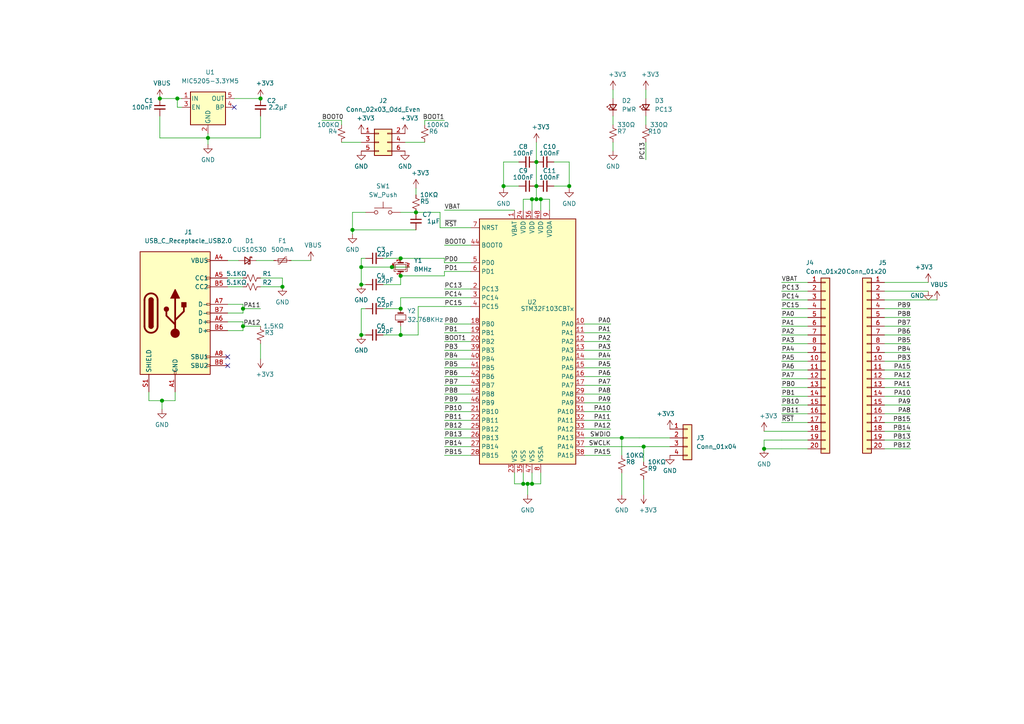
<source format=kicad_sch>
(kicad_sch (version 20200714) (host eeschema "(5.99.0-2671-gfc0a358ba)")
  (page 1 1)
  (paper "A4")
  (lib_symbols
    (symbol "Connector:USB_C_Receptacle_USB2.0"
      (property "Reference" "J" (at -10.16 19.05 0))
      (property "Value" "USB_C_Receptacle_USB2.0" (at 19.05 19.05 0))
      (symbol "USB_C_Receptacle_USB2.0_0_1"
        (arc (start -8.89 -3.81) (end -5.08 -3.81) (radius (at -6.985 -3.81) (length 1.905) (angles -179.9 -0.1)) (stroke (width 0.508)))
        (arc (start -7.62 -3.81) (end -6.35 -3.81) (radius (at -6.985 -3.81) (length 0.635) (angles -179.9 -0.1)) (stroke (width 0.254)))
        (arc (start -7.62 -3.81) (end -6.35 -3.81) (radius (at -6.985 -3.81) (length 0.635) (angles -179.9 -0.1)) (stroke (width 0.254)) (fill (type outline)))
        (arc (start -6.35 3.81) (end -7.62 3.81) (radius (at -6.985 3.81) (length 0.635) (angles 0.1 179.9)) (stroke (width 0.254)) (fill (type outline)))
        (arc (start -6.35 3.81) (end -7.62 3.81) (radius (at -6.985 3.81) (length 0.635) (angles 0.1 179.9)) (stroke (width 0.254)))
        (arc (start -5.08 3.81) (end -8.89 3.81) (radius (at -6.985 3.81) (length 1.905) (angles 0.1 179.9)) (stroke (width 0.508)))
        (circle (center -2.54 1.143) (radius 0.635) (stroke (width 0.254)) (fill (type outline)))
        (circle (center 0 -5.842) (radius 1.27) (fill (type outline)))
        (rectangle (start -10.16 17.78) (end 10.16 -17.78) (stroke (width 0.254)) (fill (type background)))
        (rectangle (start -7.62 -3.81) (end -6.35 3.81) (stroke (width 0.254)) (fill (type outline)))
        (rectangle (start 1.905 1.778) (end 3.175 3.048) (stroke (width 0.254)) (fill (type outline)))
        (polyline (pts (xy -8.89 -3.81) (xy -8.89 3.81)) (stroke (width 0.508)))
        (polyline (pts (xy -5.08 3.81) (xy -5.08 -3.81)) (stroke (width 0.508)))
        (polyline (pts (xy 0 -5.842) (xy 0 4.318)) (stroke (width 0.508)))
        (polyline (pts (xy 0 -3.302) (xy -2.54 -0.762) (xy -2.54 0.508)) (stroke (width 0.508)))
        (polyline (pts (xy 0 -2.032) (xy 2.54 0.508) (xy 2.54 1.778)) (stroke (width 0.508)))
        (polyline (pts (xy -1.27 4.318) (xy 0 6.858) (xy 1.27 4.318) (xy -1.27 4.318)) (stroke (width 0.254)) (fill (type outline)))
      )
      (symbol "USB_C_Receptacle_USB2.0_0_0"
        (rectangle (start -0.254 -17.78) (end 0.254 -16.764))
        (rectangle (start 10.16 -14.986) (end 9.144 -15.494))
        (rectangle (start 10.16 -12.446) (end 9.144 -12.954))
        (rectangle (start 10.16 -4.826) (end 9.144 -5.334))
        (rectangle (start 10.16 -2.286) (end 9.144 -2.794))
        (rectangle (start 10.16 0.254) (end 9.144 -0.254))
        (rectangle (start 10.16 2.794) (end 9.144 2.286))
        (rectangle (start 10.16 7.874) (end 9.144 7.366))
        (rectangle (start 10.16 10.414) (end 9.144 9.906))
        (rectangle (start 10.16 15.494) (end 9.144 14.986))
      )
      (symbol "USB_C_Receptacle_USB2.0_1_1"
        (pin power_in line (at 0 -22.86 90) (length 5.08) (name "GND") (number "A1"))
        (pin passive line (at 0 -22.86 90) (length 5.08) hide (name "GND") (number "A12"))
        (pin power_in line (at 15.24 15.24 180) (length 5.08) (name "VBUS") (number "A4"))
        (pin bidirectional line (at 15.24 10.16 180) (length 5.08) (name "CC1") (number "A5"))
        (pin bidirectional line (at 15.24 -2.54 180) (length 5.08) (name "D+") (number "A6"))
        (pin bidirectional line (at 15.24 2.54 180) (length 5.08) (name "D-") (number "A7"))
        (pin bidirectional line (at 15.24 -12.7 180) (length 5.08) (name "SBU1") (number "A8"))
        (pin passive line (at 15.24 15.24 180) (length 5.08) hide (name "VBUS") (number "A9"))
        (pin passive line (at 0 -22.86 90) (length 5.08) hide (name "GND") (number "B1"))
        (pin passive line (at 0 -22.86 90) (length 5.08) hide (name "GND") (number "B12"))
        (pin passive line (at 15.24 15.24 180) (length 5.08) hide (name "VBUS") (number "B4"))
        (pin bidirectional line (at 15.24 7.62 180) (length 5.08) (name "CC2") (number "B5"))
        (pin bidirectional line (at 15.24 -5.08 180) (length 5.08) (name "D+") (number "B6"))
        (pin bidirectional line (at 15.24 0 180) (length 5.08) (name "D-") (number "B7"))
        (pin bidirectional line (at 15.24 -15.24 180) (length 5.08) (name "SBU2") (number "B8"))
        (pin passive line (at 15.24 15.24 180) (length 5.08) hide (name "VBUS") (number "B9"))
        (pin passive line (at -7.62 -22.86 90) (length 5.08) (name "SHIELD") (number "S1"))
      )
    )
    (symbol "Connector_Generic:Conn_01x04" (pin_names hide)
      (property "Reference" "J" (at 0 5.08 0))
      (property "Value" "Conn_01x04" (at 0 -7.62 0))
      (symbol "Conn_01x04_1_1"
        (rectangle (start -1.27 -4.953) (end 0 -5.207) (stroke (width 0.1524)))
        (rectangle (start -1.27 -2.413) (end 0 -2.667) (stroke (width 0.1524)))
        (rectangle (start -1.27 2.667) (end 0 2.413) (stroke (width 0.1524)))
        (rectangle (start -1.27 3.81) (end 1.27 -6.35) (stroke (width 0.254)) (fill (type background)))
        (rectangle (start -1.27 0.127) (end 0 -0.127) (stroke (width 0.1524)))
        (pin passive line (at -5.08 2.54 0) (length 3.81) (name "Pin_1") (number "1"))
        (pin passive line (at -5.08 0 0) (length 3.81) (name "Pin_2") (number "2"))
        (pin passive line (at -5.08 -2.54 0) (length 3.81) (name "Pin_3") (number "3"))
        (pin passive line (at -5.08 -5.08 0) (length 3.81) (name "Pin_4") (number "4"))
      )
    )
    (symbol "Connector_Generic:Conn_01x20" (pin_names hide)
      (property "Reference" "J" (at 0 25.4 0))
      (property "Value" "Conn_01x20" (at 0 -27.94 0))
      (symbol "Conn_01x20_1_1"
        (rectangle (start -1.27 -4.953) (end 0 -5.207) (stroke (width 0.1524)))
        (rectangle (start -1.27 -7.493) (end 0 -7.747) (stroke (width 0.1524)))
        (rectangle (start -1.27 -10.033) (end 0 -10.287) (stroke (width 0.1524)))
        (rectangle (start -1.27 -12.573) (end 0 -12.827) (stroke (width 0.1524)))
        (rectangle (start -1.27 -15.113) (end 0 -15.367) (stroke (width 0.1524)))
        (rectangle (start -1.27 -17.653) (end 0 -17.907) (stroke (width 0.1524)))
        (rectangle (start -1.27 -20.193) (end 0 -20.447) (stroke (width 0.1524)))
        (rectangle (start -1.27 -22.733) (end 0 -22.987) (stroke (width 0.1524)))
        (rectangle (start -1.27 -2.413) (end 0 -2.667) (stroke (width 0.1524)))
        (rectangle (start -1.27 -25.273) (end 0 -25.527) (stroke (width 0.1524)))
        (rectangle (start -1.27 2.667) (end 0 2.413) (stroke (width 0.1524)))
        (rectangle (start -1.27 5.207) (end 0 4.953) (stroke (width 0.1524)))
        (rectangle (start -1.27 7.747) (end 0 7.493) (stroke (width 0.1524)))
        (rectangle (start -1.27 10.287) (end 0 10.033) (stroke (width 0.1524)))
        (rectangle (start -1.27 0.127) (end 0 -0.127) (stroke (width 0.1524)))
        (rectangle (start -1.27 12.827) (end 0 12.573) (stroke (width 0.1524)))
        (rectangle (start -1.27 15.367) (end 0 15.113) (stroke (width 0.1524)))
        (rectangle (start -1.27 17.907) (end 0 17.653) (stroke (width 0.1524)))
        (rectangle (start -1.27 20.447) (end 0 20.193) (stroke (width 0.1524)))
        (rectangle (start -1.27 22.987) (end 0 22.733) (stroke (width 0.1524)))
        (rectangle (start -1.27 24.13) (end 1.27 -26.67) (stroke (width 0.254)) (fill (type background)))
        (pin passive line (at -5.08 22.86 0) (length 3.81) (name "Pin_1") (number "1"))
        (pin passive line (at -5.08 0 0) (length 3.81) (name "Pin_10") (number "10"))
        (pin passive line (at -5.08 -2.54 0) (length 3.81) (name "Pin_11") (number "11"))
        (pin passive line (at -5.08 -5.08 0) (length 3.81) (name "Pin_12") (number "12"))
        (pin passive line (at -5.08 -7.62 0) (length 3.81) (name "Pin_13") (number "13"))
        (pin passive line (at -5.08 -10.16 0) (length 3.81) (name "Pin_14") (number "14"))
        (pin passive line (at -5.08 -12.7 0) (length 3.81) (name "Pin_15") (number "15"))
        (pin passive line (at -5.08 -15.24 0) (length 3.81) (name "Pin_16") (number "16"))
        (pin passive line (at -5.08 -17.78 0) (length 3.81) (name "Pin_17") (number "17"))
        (pin passive line (at -5.08 -20.32 0) (length 3.81) (name "Pin_18") (number "18"))
        (pin passive line (at -5.08 -22.86 0) (length 3.81) (name "Pin_19") (number "19"))
        (pin passive line (at -5.08 20.32 0) (length 3.81) (name "Pin_2") (number "2"))
        (pin passive line (at -5.08 -25.4 0) (length 3.81) (name "Pin_20") (number "20"))
        (pin passive line (at -5.08 17.78 0) (length 3.81) (name "Pin_3") (number "3"))
        (pin passive line (at -5.08 15.24 0) (length 3.81) (name "Pin_4") (number "4"))
        (pin passive line (at -5.08 12.7 0) (length 3.81) (name "Pin_5") (number "5"))
        (pin passive line (at -5.08 10.16 0) (length 3.81) (name "Pin_6") (number "6"))
        (pin passive line (at -5.08 7.62 0) (length 3.81) (name "Pin_7") (number "7"))
        (pin passive line (at -5.08 5.08 0) (length 3.81) (name "Pin_8") (number "8"))
        (pin passive line (at -5.08 2.54 0) (length 3.81) (name "Pin_9") (number "9"))
      )
    )
    (symbol "Connector_Generic:Conn_02x03_Odd_Even" (pin_names hide)
      (property "Reference" "J" (at 1.27 5.08 0))
      (property "Value" "Conn_02x03_Odd_Even" (at 1.27 -5.08 0))
      (symbol "Conn_02x03_Odd_Even_1_1"
        (rectangle (start -1.27 -2.413) (end 0 -2.667) (stroke (width 0.1524)))
        (rectangle (start -1.27 2.667) (end 0 2.413) (stroke (width 0.1524)))
        (rectangle (start -1.27 3.81) (end 3.81 -3.81) (stroke (width 0.254)) (fill (type background)))
        (rectangle (start -1.27 0.127) (end 0 -0.127) (stroke (width 0.1524)))
        (rectangle (start 3.81 -2.413) (end 2.54 -2.667) (stroke (width 0.1524)))
        (rectangle (start 3.81 2.667) (end 2.54 2.413) (stroke (width 0.1524)))
        (rectangle (start 3.81 0.127) (end 2.54 -0.127) (stroke (width 0.1524)))
        (pin passive line (at -5.08 2.54 0) (length 3.81) (name "Pin_1") (number "1"))
        (pin passive line (at 7.62 2.54 180) (length 3.81) (name "Pin_2") (number "2"))
        (pin passive line (at -5.08 0 0) (length 3.81) (name "Pin_3") (number "3"))
        (pin passive line (at 7.62 0 180) (length 3.81) (name "Pin_4") (number "4"))
        (pin passive line (at -5.08 -2.54 0) (length 3.81) (name "Pin_5") (number "5"))
        (pin passive line (at 7.62 -2.54 180) (length 3.81) (name "Pin_6") (number "6"))
      )
    )
    (symbol "Device:C_Small" (pin_numbers hide) (pin_names (offset 0.254) hide)
      (property "Reference" "C" (at 0.254 1.778 0))
      (property "Value" "C_Small" (at 0.254 -2.032 0))
      (symbol "C_Small_0_1"
        (polyline (pts (xy -1.524 -0.508) (xy 1.524 -0.508)) (stroke (width 0.3302)))
        (polyline (pts (xy -1.524 0.508) (xy 1.524 0.508)) (stroke (width 0.3048)))
      )
      (symbol "C_Small_1_1"
        (pin passive line (at 0 2.54 270) (length 2.032) (name "~") (number "1"))
        (pin passive line (at 0 -2.54 90) (length 2.032) (name "~") (number "2"))
      )
    )
    (symbol "Device:Crystal_GND24_Small" (pin_names hide)
      (property "Reference" "Y" (at 1.27 4.445 0))
      (property "Value" "Crystal_GND24_Small" (at 1.27 2.54 0))
      (symbol "Crystal_GND24_Small_0_1"
        (rectangle (start -0.762 -1.524) (end 0.762 1.524))
        (polyline (pts (xy -1.27 -0.762) (xy -1.27 0.762)) (stroke (width 0.381)))
        (polyline (pts (xy 1.27 -0.762) (xy 1.27 0.762)) (stroke (width 0.381)))
        (polyline (pts (xy -1.27 -1.27) (xy -1.27 -1.905) (xy 1.27 -1.905) (xy 1.27 -1.27)))
        (polyline (pts (xy -1.27 1.27) (xy -1.27 1.905) (xy 1.27 1.905) (xy 1.27 1.27)))
      )
      (symbol "Crystal_GND24_Small_1_1"
        (pin passive line (at -2.54 0 0) (length 1.27) (name "1") (number "1"))
        (pin passive line (at 0 -2.54 90) (length 0.635) (name "2") (number "2"))
        (pin passive line (at 2.54 0 180) (length 1.27) (name "3") (number "3"))
        (pin passive line (at 0 2.54 270) (length 0.635) (name "4") (number "4"))
      )
    )
    (symbol "Device:Crystal_Small" (pin_numbers hide) (pin_names hide)
      (property "Reference" "Y" (at 0 2.54 0))
      (property "Value" "Crystal_Small" (at 0 -2.54 0))
      (symbol "Crystal_Small_0_1"
        (rectangle (start -0.762 -1.524) (end 0.762 1.524))
        (polyline (pts (xy -1.27 -0.762) (xy -1.27 0.762)) (stroke (width 0.381)))
        (polyline (pts (xy 1.27 -0.762) (xy 1.27 0.762)) (stroke (width 0.381)))
      )
      (symbol "Crystal_Small_1_1"
        (pin passive line (at -2.54 0 0) (length 1.27) (name "1") (number "1"))
        (pin passive line (at 2.54 0 180) (length 1.27) (name "2") (number "2"))
      )
    )
    (symbol "Device:D_Schottky_Small" (pin_numbers hide) (pin_names (offset 0.254) hide)
      (property "Reference" "D" (at -1.27 2.032 0))
      (property "Value" "D_Schottky_Small" (at -7.112 -2.032 0))
      (symbol "D_Schottky_Small_0_1"
        (polyline (pts (xy -0.762 0) (xy 0.762 0)))
        (polyline (pts (xy 0.762 -1.016) (xy -0.762 0) (xy 0.762 1.016) (xy 0.762 -1.016)) (stroke (width 0.254)))
        (polyline (pts (xy -1.27 0.762) (xy -1.27 1.016) (xy -0.762 1.016) (xy -0.762 -1.016) (xy -0.254 -1.016) (xy -0.254 -0.762)) (stroke (width 0.254)))
      )
      (symbol "D_Schottky_Small_1_1"
        (pin passive line (at -2.54 0 0) (length 1.778) (name "K") (number "1"))
        (pin passive line (at 2.54 0 180) (length 1.778) (name "A") (number "2"))
      )
    )
    (symbol "Device:LED_Small" (pin_numbers hide) (pin_names (offset 0.254) hide)
      (property "Reference" "D" (at -1.27 3.175 0))
      (property "Value" "LED_Small" (at -4.445 -2.54 0))
      (symbol "LED_Small_0_1"
        (polyline (pts (xy -0.762 -1.016) (xy -0.762 1.016)) (stroke (width 0.254)))
        (polyline (pts (xy 1.016 0) (xy -0.762 0)))
        (polyline (pts (xy 0.762 -1.016) (xy -0.762 0) (xy 0.762 1.016) (xy 0.762 -1.016)) (stroke (width 0.254)))
        (polyline (pts (xy 0 0.762) (xy -0.508 1.27) (xy -0.254 1.27) (xy -0.508 1.27) (xy -0.508 1.016)))
        (polyline (pts (xy 0.508 1.27) (xy 0 1.778) (xy 0.254 1.778) (xy 0 1.778) (xy 0 1.524)))
      )
      (symbol "LED_Small_1_1"
        (pin passive line (at -2.54 0 0) (length 1.778) (name "K") (number "1"))
        (pin passive line (at 2.54 0 180) (length 1.778) (name "A") (number "2"))
      )
    )
    (symbol "Device:Polyfuse_Small" (pin_numbers hide) (pin_names (offset 0))
      (property "Reference" "F" (at -1.905 0 90))
      (property "Value" "Polyfuse_Small" (at 1.905 0 90))
      (symbol "Polyfuse_Small_0_1"
        (rectangle (start -0.508 1.27) (end 0.508 -1.27))
        (polyline (pts (xy 0 2.54) (xy 0 -2.54)))
        (polyline (pts (xy -1.016 1.27) (xy -1.016 0.762) (xy 1.016 -0.762) (xy 1.016 -1.27)))
      )
      (symbol "Polyfuse_Small_1_1"
        (pin passive line (at 0 2.54 270) (length 0.635) (name "~") (number "1"))
        (pin passive line (at 0 -2.54 90) (length 0.635) (name "~") (number "2"))
      )
    )
    (symbol "Device:R_Small_US" (pin_numbers hide) (pin_names (offset 0.254) hide)
      (property "Reference" "R" (at 0.762 0.508 0))
      (property "Value" "R_Small_US" (at 0.762 -1.016 0))
      (symbol "R_Small_US_1_1"
        (polyline (pts (xy 0 0) (xy 1.016 -0.381) (xy 0 -0.762) (xy -1.016 -1.143) (xy 0 -1.524)))
        (polyline (pts (xy 0 1.524) (xy 1.016 1.143) (xy 0 0.762) (xy -1.016 0.381) (xy 0 0)))
        (pin passive line (at 0 2.54 270) (length 1.016) (name "~") (number "1"))
        (pin passive line (at 0 -2.54 90) (length 1.016) (name "~") (number "2"))
      )
    )
    (symbol "MCU_ST_STM32F1:STM32F103CBTx" (pin_names (offset 0.508))
      (property "Reference" "U" (at -15.24 36.83 0))
      (property "Value" "STM32F103CBTx" (at 7.62 36.83 0))
      (symbol "STM32F103CBTx_0_1"
        (rectangle (start -15.24 -35.56) (end 12.7 35.56) (stroke (width 0.254)) (fill (type background)))
      )
      (symbol "STM32F103CBTx_1_1"
        (pin input line (at -17.78 27.94 0) (length 2.54) (name "BOOT0") (number "44"))
        (pin input line (at -17.78 33.02 0) (length 2.54) (name "NRST") (number "7"))
        (pin bidirectional line (at 15.24 5.08 180) (length 2.54) (name "PA0") (number "10"))
        (pin bidirectional line (at 15.24 2.54 180) (length 2.54) (name "PA1") (number "11"))
        (pin bidirectional line (at 15.24 -20.32 180) (length 2.54) (name "PA10") (number "31"))
        (pin bidirectional line (at 15.24 -22.86 180) (length 2.54) (name "PA11") (number "32"))
        (pin bidirectional line (at 15.24 -25.4 180) (length 2.54) (name "PA12") (number "33"))
        (pin bidirectional line (at 15.24 -27.94 180) (length 2.54) (name "PA13") (number "34"))
        (pin bidirectional line (at 15.24 -30.48 180) (length 2.54) (name "PA14") (number "37"))
        (pin bidirectional line (at 15.24 -33.02 180) (length 2.54) (name "PA15") (number "38"))
        (pin bidirectional line (at 15.24 0 180) (length 2.54) (name "PA2") (number "12"))
        (pin bidirectional line (at 15.24 -2.54 180) (length 2.54) (name "PA3") (number "13"))
        (pin bidirectional line (at 15.24 -5.08 180) (length 2.54) (name "PA4") (number "14"))
        (pin bidirectional line (at 15.24 -7.62 180) (length 2.54) (name "PA5") (number "15"))
        (pin bidirectional line (at 15.24 -10.16 180) (length 2.54) (name "PA6") (number "16"))
        (pin bidirectional line (at 15.24 -12.7 180) (length 2.54) (name "PA7") (number "17"))
        (pin bidirectional line (at 15.24 -15.24 180) (length 2.54) (name "PA8") (number "29"))
        (pin bidirectional line (at 15.24 -17.78 180) (length 2.54) (name "PA9") (number "30"))
        (pin bidirectional line (at -17.78 5.08 0) (length 2.54) (name "PB0") (number "18"))
        (pin bidirectional line (at -17.78 2.54 0) (length 2.54) (name "PB1") (number "19"))
        (pin bidirectional line (at -17.78 -20.32 0) (length 2.54) (name "PB10") (number "21"))
        (pin bidirectional line (at -17.78 -22.86 0) (length 2.54) (name "PB11") (number "22"))
        (pin bidirectional line (at -17.78 -25.4 0) (length 2.54) (name "PB12") (number "25"))
        (pin bidirectional line (at -17.78 -27.94 0) (length 2.54) (name "PB13") (number "26"))
        (pin bidirectional line (at -17.78 -30.48 0) (length 2.54) (name "PB14") (number "27"))
        (pin bidirectional line (at -17.78 -33.02 0) (length 2.54) (name "PB15") (number "28"))
        (pin bidirectional line (at -17.78 0 0) (length 2.54) (name "PB2") (number "20"))
        (pin bidirectional line (at -17.78 -2.54 0) (length 2.54) (name "PB3") (number "39"))
        (pin bidirectional line (at -17.78 -5.08 0) (length 2.54) (name "PB4") (number "40"))
        (pin bidirectional line (at -17.78 -7.62 0) (length 2.54) (name "PB5") (number "41"))
        (pin bidirectional line (at -17.78 -10.16 0) (length 2.54) (name "PB6") (number "42"))
        (pin bidirectional line (at -17.78 -12.7 0) (length 2.54) (name "PB7") (number "43"))
        (pin bidirectional line (at -17.78 -15.24 0) (length 2.54) (name "PB8") (number "45"))
        (pin bidirectional line (at -17.78 -17.78 0) (length 2.54) (name "PB9") (number "46"))
        (pin bidirectional line (at -17.78 15.24 0) (length 2.54) (name "PC13") (number "2"))
        (pin bidirectional line (at -17.78 12.7 0) (length 2.54) (name "PC14") (number "3"))
        (pin bidirectional line (at -17.78 10.16 0) (length 2.54) (name "PC15") (number "4"))
        (pin input line (at -17.78 22.86 0) (length 2.54) (name "PD0") (number "5"))
        (pin input line (at -17.78 20.32 0) (length 2.54) (name "PD1") (number "6"))
        (pin power_in line (at -5.08 38.1 270) (length 2.54) (name "VBAT") (number "1"))
        (pin power_in line (at -2.54 38.1 270) (length 2.54) (name "VDD") (number "24"))
        (pin power_in line (at 0 38.1 270) (length 2.54) (name "VDD") (number "36"))
        (pin power_in line (at 2.54 38.1 270) (length 2.54) (name "VDD") (number "48"))
        (pin power_in line (at 5.08 38.1 270) (length 2.54) (name "VDDA") (number "9"))
        (pin power_in line (at -5.08 -38.1 90) (length 2.54) (name "VSS") (number "23"))
        (pin power_in line (at -2.54 -38.1 90) (length 2.54) (name "VSS") (number "35"))
        (pin power_in line (at 0 -38.1 90) (length 2.54) (name "VSS") (number "47"))
        (pin power_in line (at 2.54 -38.1 90) (length 2.54) (name "VSSA") (number "8"))
      )
    )
    (symbol "Regulator_Linear:MIC5205-3.3YM5" (pin_names (offset 0.254))
      (property "Reference" "U" (at -3.81 5.715 0))
      (property "Value" "MIC5205-3.3YM5" (at 0 5.715 0))
      (symbol "MIC5205-3.3YM5_0_1"
        (rectangle (start -5.08 4.445) (end 5.08 -5.08) (stroke (width 0.254)) (fill (type background)))
      )
      (symbol "MIC5205-3.3YM5_1_1"
        (pin power_in line (at -7.62 2.54 0) (length 2.54) (name "IN") (number "1"))
        (pin power_in line (at 0 -7.62 90) (length 2.54) (name "GND") (number "2"))
        (pin input line (at -7.62 0 0) (length 2.54) (name "EN") (number "3"))
        (pin input line (at 7.62 0 180) (length 2.54) (name "BP") (number "4"))
        (pin power_out line (at 7.62 2.54 180) (length 2.54) (name "OUT") (number "5"))
      )
    )
    (symbol "Switch:SW_Push" (pin_numbers hide) (pin_names hide)
      (property "Reference" "SW" (at 1.27 2.54 0))
      (property "Value" "SW_Push" (at 0 -1.524 0))
      (symbol "SW_Push_0_1"
        (circle (center -2.032 0) (radius 0.508))
        (circle (center 2.032 0) (radius 0.508))
        (polyline (pts (xy 0 1.27) (xy 0 3.048)))
        (polyline (pts (xy 2.54 1.27) (xy -2.54 1.27)))
        (pin passive line (at -5.08 0 0) (length 2.54) (name "1") (number "1"))
        (pin passive line (at 5.08 0 180) (length 2.54) (name "2") (number "2"))
      )
    )
    (symbol "power:+3V3" (power) (pin_names (offset 0))
      (property "Value" "+3V3" (at 0 3.556 0))
      (symbol "+3V3_0_1"
        (polyline (pts (xy -0.762 1.27) (xy 0 2.54)))
        (polyline (pts (xy 0 0) (xy 0 2.54)))
        (polyline (pts (xy 0 2.54) (xy 0.762 1.27)))
      )
      (symbol "+3V3_1_1"
        (pin power_in line (at 0 0 90) (length 0) hide (name "+3V3") (number "1"))
      )
    )
    (symbol "power:GND" (power) (pin_names (offset 0))
      (property "Value" "GND" (at 0 -3.81 0))
      (symbol "GND_0_1"
        (polyline (pts (xy 0 0) (xy 0 -1.27) (xy 1.27 -1.27) (xy 0 -2.54) (xy -1.27 -1.27) (xy 0 -1.27)))
      )
      (symbol "GND_1_1"
        (pin power_in line (at 0 0 270) (length 0) hide (name "GND") (number "1"))
      )
    )
    (symbol "power:VBUS" (power) (pin_names (offset 0))
      (property "Value" "VBUS" (at 0 3.81 0))
      (symbol "VBUS_0_1"
        (polyline (pts (xy -0.762 1.27) (xy 0 2.54)))
        (polyline (pts (xy 0 0) (xy 0 2.54)))
        (polyline (pts (xy 0 2.54) (xy 0.762 1.27)))
      )
      (symbol "VBUS_1_1"
        (pin power_in line (at 0 0 90) (length 0) hide (name "VBUS") (number "1"))
      )
    )
  )
  (junction (at 46.355 28.575) (diameter 1.016))
  (junction (at 46.99 116.205) (diameter 1.016))
  (junction (at 51.435 28.575) (diameter 1.016))
  (junction (at 60.325 40.005) (diameter 1.016))
  (junction (at 70.485 89.535) (diameter 1.016))
  (junction (at 70.485 94.615) (diameter 1.016))
  (junction (at 75.565 28.575) (diameter 1.016))
  (junction (at 81.915 83.185) (diameter 1.016))
  (junction (at 102.235 66.675) (diameter 1.016))
  (junction (at 104.775 77.47) (diameter 1.016))
  (junction (at 104.775 82.55) (diameter 1.016))
  (junction (at 104.775 97.155) (diameter 1.016))
  (junction (at 113.665 77.47) (diameter 1.016))
  (junction (at 116.205 74.93) (diameter 1.016))
  (junction (at 116.205 80.01) (diameter 1.016))
  (junction (at 116.205 89.535) (diameter 1.016))
  (junction (at 116.205 97.155) (diameter 1.016))
  (junction (at 120.65 61.595) (diameter 1.016))
  (junction (at 146.05 53.975) (diameter 1.016))
  (junction (at 151.765 140.335) (diameter 1.016))
  (junction (at 153.035 140.335) (diameter 1.016))
  (junction (at 154.305 57.785) (diameter 1.016))
  (junction (at 154.305 140.335) (diameter 1.016))
  (junction (at 155.575 46.99) (diameter 1.016))
  (junction (at 155.575 53.975) (diameter 1.016))
  (junction (at 155.575 57.785) (diameter 1.016))
  (junction (at 156.845 57.785) (diameter 1.016))
  (junction (at 165.1 53.975) (diameter 1.016))
  (junction (at 180.34 127) (diameter 1.016))
  (junction (at 186.69 129.54) (diameter 1.016))
  (junction (at 221.615 130.175) (diameter 1.016))
  (no_connect (at 67.945 31.115))
  (no_connect (at 66.04 103.505))
  (no_connect (at 66.04 106.045))
  (wire (pts (xy 43.18 113.665) (xy 43.18 116.205)))
  (wire (pts (xy 43.18 116.205) (xy 46.99 116.205)))
  (wire (pts (xy 46.355 28.575) (xy 51.435 28.575)))
  (wire (pts (xy 46.355 33.655) (xy 46.355 40.005)))
  (wire (pts (xy 46.355 40.005) (xy 60.325 40.005)))
  (wire (pts (xy 46.99 116.205) (xy 46.99 118.745)))
  (wire (pts (xy 46.99 116.205) (xy 50.8 116.205)))
  (wire (pts (xy 50.8 116.205) (xy 50.8 113.665)))
  (wire (pts (xy 51.435 28.575) (xy 52.705 28.575)))
  (wire (pts (xy 51.435 31.115) (xy 51.435 28.575)))
  (wire (pts (xy 52.705 31.115) (xy 51.435 31.115)))
  (wire (pts (xy 60.325 38.735) (xy 60.325 40.005)))
  (wire (pts (xy 60.325 40.005) (xy 60.325 41.91)))
  (wire (pts (xy 60.325 40.005) (xy 75.565 40.005)))
  (wire (pts (xy 66.04 75.565) (xy 69.215 75.565)))
  (wire (pts (xy 66.04 80.645) (xy 70.485 80.645)))
  (wire (pts (xy 66.04 83.185) (xy 70.485 83.185)))
  (wire (pts (xy 66.04 88.265) (xy 70.485 88.265)))
  (wire (pts (xy 66.04 93.345) (xy 70.485 93.345)))
  (wire (pts (xy 67.945 28.575) (xy 75.565 28.575)))
  (wire (pts (xy 70.485 88.265) (xy 70.485 89.535)))
  (wire (pts (xy 70.485 89.535) (xy 70.485 90.805)))
  (wire (pts (xy 70.485 89.535) (xy 75.565 89.535)))
  (wire (pts (xy 70.485 90.805) (xy 66.04 90.805)))
  (wire (pts (xy 70.485 93.345) (xy 70.485 94.615)))
  (wire (pts (xy 70.485 94.615) (xy 70.485 95.885)))
  (wire (pts (xy 70.485 94.615) (xy 75.565 94.615)))
  (wire (pts (xy 70.485 95.885) (xy 66.04 95.885)))
  (wire (pts (xy 74.295 75.565) (xy 79.375 75.565)))
  (wire (pts (xy 75.565 40.005) (xy 75.565 33.655)))
  (wire (pts (xy 75.565 80.645) (xy 81.915 80.645)))
  (wire (pts (xy 75.565 99.695) (xy 75.565 104.14)))
  (wire (pts (xy 81.915 80.645) (xy 81.915 83.185)))
  (wire (pts (xy 81.915 83.185) (xy 75.565 83.185)))
  (wire (pts (xy 84.455 75.565) (xy 90.17 75.565)))
  (wire (pts (xy 93.345 34.925) (xy 99.06 34.925)))
  (wire (pts (xy 99.06 34.925) (xy 99.06 36.195)))
  (wire (pts (xy 99.06 41.275) (xy 104.775 41.275)))
  (wire (pts (xy 102.235 61.595) (xy 102.235 66.675)))
  (wire (pts (xy 102.235 66.675) (xy 102.235 67.945)))
  (wire (pts (xy 102.235 66.675) (xy 120.65 66.675)))
  (wire (pts (xy 104.775 74.93) (xy 106.045 74.93)))
  (wire (pts (xy 104.775 77.47) (xy 104.775 74.93)))
  (wire (pts (xy 104.775 77.47) (xy 113.665 77.47)))
  (wire (pts (xy 104.775 82.55) (xy 104.775 77.47)))
  (wire (pts (xy 104.775 89.535) (xy 104.775 97.155)))
  (wire (pts (xy 104.775 89.535) (xy 106.045 89.535)))
  (wire (pts (xy 106.045 61.595) (xy 102.235 61.595)))
  (wire (pts (xy 106.045 82.55) (xy 104.775 82.55)))
  (wire (pts (xy 106.045 97.155) (xy 104.775 97.155)))
  (wire (pts (xy 111.125 74.93) (xy 116.205 74.93)))
  (wire (pts (xy 111.125 82.55) (xy 116.205 82.55)))
  (wire (pts (xy 111.125 89.535) (xy 116.205 89.535)))
  (wire (pts (xy 111.125 97.155) (xy 116.205 97.155)))
  (wire (pts (xy 113.665 77.47) (xy 118.745 77.47)))
  (wire (pts (xy 116.205 61.595) (xy 120.65 61.595)))
  (wire (pts (xy 116.205 74.93) (xy 128.905 74.93)))
  (wire (pts (xy 116.205 80.01) (xy 128.905 80.01)))
  (wire (pts (xy 116.205 82.55) (xy 116.205 80.01)))
  (wire (pts (xy 116.205 86.36) (xy 128.905 86.36)))
  (wire (pts (xy 116.205 89.535) (xy 116.205 86.36)))
  (wire (pts (xy 116.205 97.155) (xy 116.205 94.615)))
  (wire (pts (xy 116.205 97.155) (xy 121.285 97.155)))
  (wire (pts (xy 120.65 54.61) (xy 120.65 56.515)))
  (wire (pts (xy 120.65 61.595) (xy 127.635 61.595)))
  (wire (pts (xy 121.285 88.9) (xy 128.905 88.9)))
  (wire (pts (xy 121.285 97.155) (xy 121.285 88.9)))
  (wire (pts (xy 123.19 34.925) (xy 123.19 36.195)))
  (wire (pts (xy 123.19 41.275) (xy 117.475 41.275)))
  (wire (pts (xy 127.635 61.595) (xy 127.635 66.04)))
  (wire (pts (xy 127.635 66.04) (xy 128.905 66.04)))
  (wire (pts (xy 128.905 34.925) (xy 123.19 34.925)))
  (wire (pts (xy 128.905 60.96) (xy 149.225 60.96)))
  (wire (pts (xy 128.905 66.04) (xy 136.525 66.04)))
  (wire (pts (xy 128.905 71.12) (xy 136.525 71.12)))
  (wire (pts (xy 128.905 74.93) (xy 128.905 76.2)))
  (wire (pts (xy 128.905 76.2) (xy 136.525 76.2)))
  (wire (pts (xy 128.905 78.74) (xy 136.525 78.74)))
  (wire (pts (xy 128.905 80.01) (xy 128.905 78.74)))
  (wire (pts (xy 128.905 83.82) (xy 136.525 83.82)))
  (wire (pts (xy 128.905 86.36) (xy 136.525 86.36)))
  (wire (pts (xy 128.905 88.9) (xy 136.525 88.9)))
  (wire (pts (xy 128.905 93.98) (xy 136.525 93.98)))
  (wire (pts (xy 128.905 96.52) (xy 136.525 96.52)))
  (wire (pts (xy 128.905 99.06) (xy 136.525 99.06)))
  (wire (pts (xy 128.905 101.6) (xy 136.525 101.6)))
  (wire (pts (xy 128.905 104.14) (xy 136.525 104.14)))
  (wire (pts (xy 128.905 106.68) (xy 136.525 106.68)))
  (wire (pts (xy 128.905 109.22) (xy 136.525 109.22)))
  (wire (pts (xy 128.905 111.76) (xy 136.525 111.76)))
  (wire (pts (xy 128.905 114.3) (xy 136.525 114.3)))
  (wire (pts (xy 128.905 116.84) (xy 136.525 116.84)))
  (wire (pts (xy 128.905 119.38) (xy 136.525 119.38)))
  (wire (pts (xy 128.905 121.92) (xy 136.525 121.92)))
  (wire (pts (xy 128.905 124.46) (xy 136.525 124.46)))
  (wire (pts (xy 128.905 127) (xy 136.525 127)))
  (wire (pts (xy 128.905 129.54) (xy 136.525 129.54)))
  (wire (pts (xy 128.905 132.08) (xy 136.525 132.08)))
  (wire (pts (xy 146.05 46.99) (xy 150.495 46.99)))
  (wire (pts (xy 146.05 53.975) (xy 146.05 46.99)))
  (wire (pts (xy 146.05 54.61) (xy 146.05 53.975)))
  (wire (pts (xy 149.225 137.16) (xy 149.225 140.335)))
  (wire (pts (xy 149.225 140.335) (xy 151.765 140.335)))
  (wire (pts (xy 150.495 53.975) (xy 146.05 53.975)))
  (wire (pts (xy 151.765 57.785) (xy 154.305 57.785)))
  (wire (pts (xy 151.765 60.96) (xy 151.765 57.785)))
  (wire (pts (xy 151.765 137.16) (xy 151.765 140.335)))
  (wire (pts (xy 151.765 140.335) (xy 153.035 140.335)))
  (wire (pts (xy 153.035 140.335) (xy 153.035 143.51)))
  (wire (pts (xy 153.035 140.335) (xy 154.305 140.335)))
  (wire (pts (xy 154.305 57.785) (xy 154.305 60.96)))
  (wire (pts (xy 154.305 57.785) (xy 155.575 57.785)))
  (wire (pts (xy 154.305 137.16) (xy 154.305 140.335)))
  (wire (pts (xy 154.305 140.335) (xy 156.845 140.335)))
  (wire (pts (xy 155.575 41.275) (xy 155.575 46.99)))
  (wire (pts (xy 155.575 46.99) (xy 155.575 53.975)))
  (wire (pts (xy 155.575 53.975) (xy 155.575 57.785)))
  (wire (pts (xy 155.575 57.785) (xy 156.845 57.785)))
  (wire (pts (xy 156.845 57.785) (xy 156.845 60.96)))
  (wire (pts (xy 156.845 57.785) (xy 159.385 57.785)))
  (wire (pts (xy 156.845 140.335) (xy 156.845 137.16)))
  (wire (pts (xy 159.385 57.785) (xy 159.385 60.96)))
  (wire (pts (xy 160.655 53.975) (xy 165.1 53.975)))
  (wire (pts (xy 165.1 46.99) (xy 160.655 46.99)))
  (wire (pts (xy 165.1 53.975) (xy 165.1 46.99)))
  (wire (pts (xy 165.1 54.61) (xy 165.1 53.975)))
  (wire (pts (xy 169.545 93.98) (xy 177.165 93.98)))
  (wire (pts (xy 169.545 96.52) (xy 177.165 96.52)))
  (wire (pts (xy 169.545 99.06) (xy 177.165 99.06)))
  (wire (pts (xy 169.545 101.6) (xy 177.165 101.6)))
  (wire (pts (xy 169.545 104.14) (xy 177.165 104.14)))
  (wire (pts (xy 169.545 106.68) (xy 177.165 106.68)))
  (wire (pts (xy 169.545 109.22) (xy 177.165 109.22)))
  (wire (pts (xy 169.545 111.76) (xy 177.165 111.76)))
  (wire (pts (xy 169.545 114.3) (xy 177.165 114.3)))
  (wire (pts (xy 169.545 116.84) (xy 177.165 116.84)))
  (wire (pts (xy 169.545 119.38) (xy 177.165 119.38)))
  (wire (pts (xy 169.545 121.92) (xy 177.165 121.92)))
  (wire (pts (xy 169.545 124.46) (xy 177.165 124.46)))
  (wire (pts (xy 169.545 127) (xy 180.34 127)))
  (wire (pts (xy 169.545 129.54) (xy 185.42 129.54)))
  (wire (pts (xy 169.545 132.08) (xy 177.165 132.08)))
  (wire (pts (xy 177.8 26.035) (xy 177.8 28.575)))
  (wire (pts (xy 177.8 36.195) (xy 177.8 33.655)))
  (wire (pts (xy 177.8 43.815) (xy 177.8 41.275)))
  (wire (pts (xy 180.34 127) (xy 180.34 132.08)))
  (wire (pts (xy 180.34 127) (xy 185.42 127)))
  (wire (pts (xy 180.34 137.16) (xy 180.34 143.51)))
  (wire (pts (xy 185.42 127) (xy 194.31 127)))
  (wire (pts (xy 185.42 129.54) (xy 186.69 129.54)))
  (wire (pts (xy 186.69 129.54) (xy 186.69 133.985)))
  (wire (pts (xy 186.69 129.54) (xy 194.31 129.54)))
  (wire (pts (xy 186.69 139.065) (xy 186.69 143.51)))
  (wire (pts (xy 187.325 26.035) (xy 187.325 28.575)))
  (wire (pts (xy 187.325 36.195) (xy 187.325 33.655)))
  (wire (pts (xy 187.325 41.275) (xy 187.325 46.355)))
  (wire (pts (xy 221.615 125.095) (xy 226.695 125.095)))
  (wire (pts (xy 221.615 127.635) (xy 221.615 130.175)))
  (wire (pts (xy 221.615 130.175) (xy 226.695 130.175)))
  (wire (pts (xy 226.695 81.915) (xy 234.315 81.915)))
  (wire (pts (xy 226.695 84.455) (xy 234.315 84.455)))
  (wire (pts (xy 226.695 86.995) (xy 234.315 86.995)))
  (wire (pts (xy 226.695 89.535) (xy 234.315 89.535)))
  (wire (pts (xy 226.695 92.075) (xy 234.315 92.075)))
  (wire (pts (xy 226.695 94.615) (xy 234.315 94.615)))
  (wire (pts (xy 226.695 97.155) (xy 234.315 97.155)))
  (wire (pts (xy 226.695 99.695) (xy 234.315 99.695)))
  (wire (pts (xy 226.695 102.235) (xy 234.315 102.235)))
  (wire (pts (xy 226.695 104.775) (xy 234.315 104.775)))
  (wire (pts (xy 226.695 107.315) (xy 234.315 107.315)))
  (wire (pts (xy 226.695 109.855) (xy 234.315 109.855)))
  (wire (pts (xy 226.695 112.395) (xy 234.315 112.395)))
  (wire (pts (xy 226.695 114.935) (xy 234.315 114.935)))
  (wire (pts (xy 226.695 117.475) (xy 234.315 117.475)))
  (wire (pts (xy 226.695 120.015) (xy 234.315 120.015)))
  (wire (pts (xy 226.695 122.555) (xy 234.315 122.555)))
  (wire (pts (xy 226.695 125.095) (xy 234.315 125.095)))
  (wire (pts (xy 226.695 127.635) (xy 221.615 127.635)))
  (wire (pts (xy 226.695 127.635) (xy 234.315 127.635)))
  (wire (pts (xy 226.695 130.175) (xy 234.315 130.175)))
  (wire (pts (xy 256.54 81.915) (xy 269.24 81.915)))
  (wire (pts (xy 256.54 84.455) (xy 264.16 84.455)))
  (wire (pts (xy 256.54 86.995) (xy 264.16 86.995)))
  (wire (pts (xy 256.54 89.535) (xy 264.16 89.535)))
  (wire (pts (xy 256.54 92.075) (xy 264.16 92.075)))
  (wire (pts (xy 256.54 94.615) (xy 264.16 94.615)))
  (wire (pts (xy 256.54 97.155) (xy 264.16 97.155)))
  (wire (pts (xy 256.54 99.695) (xy 264.16 99.695)))
  (wire (pts (xy 256.54 102.235) (xy 264.16 102.235)))
  (wire (pts (xy 256.54 104.775) (xy 264.16 104.775)))
  (wire (pts (xy 256.54 107.315) (xy 264.16 107.315)))
  (wire (pts (xy 256.54 109.855) (xy 264.16 109.855)))
  (wire (pts (xy 256.54 112.395) (xy 264.16 112.395)))
  (wire (pts (xy 256.54 114.935) (xy 264.16 114.935)))
  (wire (pts (xy 256.54 117.475) (xy 264.16 117.475)))
  (wire (pts (xy 256.54 120.015) (xy 264.16 120.015)))
  (wire (pts (xy 256.54 122.555) (xy 264.16 122.555)))
  (wire (pts (xy 256.54 125.095) (xy 264.16 125.095)))
  (wire (pts (xy 256.54 127.635) (xy 264.16 127.635)))
  (wire (pts (xy 256.54 130.175) (xy 264.16 130.175)))
  (wire (pts (xy 264.16 84.455) (xy 269.24 84.455)))
  (wire (pts (xy 264.16 86.995) (xy 271.78 86.995)))
  (label "PA11" (at 75.565 89.535 180))
  (label "PA12" (at 75.565 94.615 180))
  (label "BOOT0" (at 93.345 34.925 0))
  (label "BOOT1" (at 128.905 34.925 180))
  (label "VBAT" (at 128.905 60.96 0))
  (label "~RST" (at 128.905 66.04 0))
  (label "BOOT0" (at 128.905 71.12 0))
  (label "PD0" (at 128.905 76.2 0))
  (label "PD1" (at 128.905 78.74 0))
  (label "PC13" (at 128.905 83.82 0))
  (label "PC14" (at 128.905 86.36 0))
  (label "PC15" (at 128.905 88.9 0))
  (label "PB0" (at 128.905 93.98 0))
  (label "PB1" (at 128.905 96.52 0))
  (label "BOOT1" (at 128.905 99.06 0))
  (label "PB3" (at 128.905 101.6 0))
  (label "PB4" (at 128.905 104.14 0))
  (label "PB5" (at 128.905 106.68 0))
  (label "PB6" (at 128.905 109.22 0))
  (label "PB7" (at 128.905 111.76 0))
  (label "PB8" (at 128.905 114.3 0))
  (label "PB9" (at 128.905 116.84 0))
  (label "PB10" (at 128.905 119.38 0))
  (label "PB11" (at 128.905 121.92 0))
  (label "PB12" (at 128.905 124.46 0))
  (label "PB13" (at 128.905 127 0))
  (label "PB14" (at 128.905 129.54 0))
  (label "PB15" (at 128.905 132.08 0))
  (label "PA0" (at 177.165 93.98 180))
  (label "PA1" (at 177.165 96.52 180))
  (label "PA2" (at 177.165 99.06 180))
  (label "PA3" (at 177.165 101.6 180))
  (label "PA4" (at 177.165 104.14 180))
  (label "PA5" (at 177.165 106.68 180))
  (label "PA6" (at 177.165 109.22 180))
  (label "PA7" (at 177.165 111.76 180))
  (label "PA8" (at 177.165 114.3 180))
  (label "PA9" (at 177.165 116.84 180))
  (label "PA10" (at 177.165 119.38 180))
  (label "PA11" (at 177.165 121.92 180))
  (label "PA12" (at 177.165 124.46 180))
  (label "SWDIO" (at 177.165 127 180))
  (label "SWCLK" (at 177.165 129.54 180))
  (label "PA15" (at 177.165 132.08 180))
  (label "PC13" (at 187.325 46.355 90))
  (label "VBAT" (at 226.695 81.915 0))
  (label "PC13" (at 226.695 84.455 0))
  (label "PC14" (at 226.695 86.995 0))
  (label "PC15" (at 226.695 89.535 0))
  (label "PA0" (at 226.695 92.075 0))
  (label "PA1" (at 226.695 94.615 0))
  (label "PA2" (at 226.695 97.155 0))
  (label "PA3" (at 226.695 99.695 0))
  (label "PA4" (at 226.695 102.235 0))
  (label "PA5" (at 226.695 104.775 0))
  (label "PA6" (at 226.695 107.315 0))
  (label "PA7" (at 226.695 109.855 0))
  (label "PB0" (at 226.695 112.395 0))
  (label "PB1" (at 226.695 114.935 0))
  (label "PB10" (at 226.695 117.475 0))
  (label "PB11" (at 226.695 120.015 0))
  (label "~RST" (at 226.695 122.555 0))
  (label "PB9" (at 264.16 89.535 180))
  (label "PB8" (at 264.16 92.075 180))
  (label "PB7" (at 264.16 94.615 180))
  (label "PB6" (at 264.16 97.155 180))
  (label "PB5" (at 264.16 99.695 180))
  (label "PB4" (at 264.16 102.235 180))
  (label "PB3" (at 264.16 104.775 180))
  (label "PA15" (at 264.16 107.315 180))
  (label "PA12" (at 264.16 109.855 180))
  (label "PA11" (at 264.16 112.395 180))
  (label "PA10" (at 264.16 114.935 180))
  (label "PA9" (at 264.16 117.475 180))
  (label "PA8" (at 264.16 120.015 180))
  (label "PB15" (at 264.16 122.555 180))
  (label "PB14" (at 264.16 125.095 180))
  (label "PB13" (at 264.16 127.635 180))
  (label "PB12" (at 264.16 130.175 180))
  (symbol (lib_id "power:VBUS") (at 46.355 28.575 0) (unit 1)
    (property "Reference" "#PWR0110" (effects hide))
    (property "Value" "VBUS" (at 46.99 24.13 0))
  )
  (symbol (lib_id "power:+3V3") (at 75.565 28.575 0) (unit 1)
    (property "Reference" "#PWR0111" (effects hide))
    (property "Value" "+3V3" (at 76.835 24.13 0))
  )
  (symbol (lib_id "power:+3V3") (at 75.565 104.14 0) (mirror x) (unit 1)
    (property "Reference" "#PWR0109" (effects hide))
    (property "Value" "+3V3" (at 76.835 108.585 0))
  )
  (symbol (lib_id "power:VBUS") (at 90.17 75.565 0) (unit 1)
    (property "Reference" "#PWR0108" (effects hide))
    (property "Value" "VBUS" (at 90.805 71.12 0))
  )
  (symbol (lib_id "power:+3V3") (at 104.775 38.735 0) (unit 1)
    (property "Reference" "#PWR0102" (effects hide))
    (property "Value" "+3V3" (at 106.045 34.29 0))
  )
  (symbol (lib_id "power:+3V3") (at 117.475 38.735 0) (unit 1)
    (property "Reference" "#PWR0105" (effects hide))
    (property "Value" "+3V3" (at 118.745 34.29 0))
  )
  (symbol (lib_id "power:+3V3") (at 120.65 54.61 0) (unit 1)
    (property "Reference" "#PWR0117" (effects hide))
    (property "Value" "+3V3" (at 121.92 50.165 0))
  )
  (symbol (lib_id "power:+3V3") (at 155.575 41.275 0) (unit 1)
    (property "Reference" "#PWR0115" (effects hide))
    (property "Value" "+3V3" (at 156.845 36.83 0))
  )
  (symbol (lib_id "power:+3V3") (at 177.8 26.035 0) (unit 1)
    (property "Reference" "#PWR0118" (effects hide))
    (property "Value" "+3V3" (at 179.07 21.59 0))
  )
  (symbol (lib_id "power:+3V3") (at 186.69 143.51 0) (mirror x) (unit 1)
    (property "Reference" "#PWR0126" (effects hide))
    (property "Value" "+3V3" (at 187.96 147.955 0))
  )
  (symbol (lib_id "power:+3V3") (at 187.325 26.035 0) (unit 1)
    (property "Reference" "#PWR0119" (effects hide))
    (property "Value" "+3V3" (at 188.595 21.59 0))
  )
  (symbol (lib_id "power:+3V3") (at 194.31 124.46 0) (mirror y) (unit 1)
    (property "Reference" "#PWR0124" (effects hide))
    (property "Value" "+3V3" (at 193.04 120.015 0))
  )
  (symbol (lib_id "power:+3V3") (at 221.615 125.095 0) (unit 1)
    (property "Reference" "#PWR0128" (effects hide))
    (property "Value" "+3V3" (at 222.885 120.65 0))
  )
  (symbol (lib_id "power:+3V3") (at 269.24 81.915 0) (mirror y) (unit 1)
    (property "Reference" "#PWR0129" (effects hide))
    (property "Value" "+3V3" (at 267.97 77.47 0))
  )
  (symbol (lib_id "power:VBUS") (at 271.78 86.995 0) (unit 1)
    (property "Reference" "#PWR0130" (effects hide))
    (property "Value" "VBUS" (at 272.415 82.55 0))
  )
  (symbol (lib_id "power:GND") (at 46.99 118.745 0) (unit 1)
    (property "Reference" "#PWR0106" (effects hide))
    (property "Value" "GND" (at 46.99 123.19 0))
  )
  (symbol (lib_id "power:GND") (at 60.325 41.91 0) (unit 1)
    (property "Reference" "#PWR0112" (effects hide))
    (property "Value" "GND" (at 60.325 46.355 0))
  )
  (symbol (lib_id "power:GND") (at 81.915 83.185 0) (unit 1)
    (property "Reference" "#PWR0107" (effects hide))
    (property "Value" "GND" (at 81.915 87.63 0))
  )
  (symbol (lib_id "power:GND") (at 102.235 67.945 0) (unit 1)
    (property "Reference" "#PWR0101" (effects hide))
    (property "Value" "GND" (at 102.235 72.39 0))
  )
  (symbol (lib_id "power:GND") (at 104.775 43.815 0) (mirror y) (unit 1)
    (property "Reference" "#PWR0103" (effects hide))
    (property "Value" "GND" (at 104.775 48.26 0))
  )
  (symbol (lib_id "power:GND") (at 104.775 82.55 0) (unit 1)
    (property "Reference" "#PWR0121" (effects hide))
    (property "Value" "GND" (at 104.775 86.995 0))
  )
  (symbol (lib_id "power:GND") (at 104.775 97.155 0) (unit 1)
    (property "Reference" "#PWR0120" (effects hide))
    (property "Value" "GND" (at 104.775 101.6 0))
  )
  (symbol (lib_id "power:GND") (at 117.475 43.815 0) (mirror y) (unit 1)
    (property "Reference" "#PWR0104" (effects hide))
    (property "Value" "GND" (at 117.475 48.26 0))
  )
  (symbol (lib_id "power:GND") (at 146.05 54.61 0) (mirror y) (unit 1)
    (property "Reference" "#PWR0116" (effects hide))
    (property "Value" "GND" (at 146.05 59.055 0))
  )
  (symbol (lib_id "power:GND") (at 153.035 143.51 0) (unit 1)
    (property "Reference" "#PWR0122" (effects hide))
    (property "Value" "GND" (at 153.035 147.955 0))
  )
  (symbol (lib_id "power:GND") (at 165.1 54.61 0) (unit 1)
    (property "Reference" "#PWR0113" (effects hide))
    (property "Value" "GND" (at 165.1 59.055 0))
  )
  (symbol (lib_id "power:GND") (at 177.8 43.815 0) (mirror y) (unit 1)
    (property "Reference" "#PWR0114" (effects hide))
    (property "Value" "GND" (at 177.8 48.26 0))
  )
  (symbol (lib_id "power:GND") (at 180.34 143.51 0) (unit 1)
    (property "Reference" "#PWR0125" (effects hide))
    (property "Value" "GND" (at 180.34 147.955 0))
  )
  (symbol (lib_id "power:GND") (at 194.31 132.08 0) (unit 1)
    (property "Reference" "#PWR0123" (effects hide))
    (property "Value" "GND" (at 194.31 136.525 0))
  )
  (symbol (lib_id "power:GND") (at 221.615 130.175 0) (unit 1)
    (property "Reference" "#PWR0127" (effects hide))
    (property "Value" "GND" (at 221.615 134.62 0))
  )
  (symbol (lib_id "power:GND") (at 269.24 84.455 0) (unit 1)
    (property "Reference" "#PWR0131" (effects hide))
    (property "Value" "GND" (at 266.065 85.725 0))
  )
  (symbol (lib_id "Device:R_Small_US") (at 73.025 80.645 90) (unit 1)
    (property "Reference" "R1" (at 77.47 79.375 90))
    (property "Value" "5.1KΩ" (at 68.58 79.375 90))
    (property "Footprint" "Resistor_SMD:R_0603_1608Metric" (effects hide))
  )
  (symbol (lib_id "Device:R_Small_US") (at 73.025 83.185 90) (unit 1)
    (property "Reference" "R2" (at 77.47 81.915 90))
    (property "Value" "5.1KΩ" (at 68.58 81.915 90))
    (property "Footprint" "Resistor_SMD:R_0603_1608Metric" (effects hide))
  )
  (symbol (lib_id "Device:R_Small_US") (at 75.565 97.155 180) (unit 1)
    (property "Reference" "R3" (at 78.105 96.52 0))
    (property "Value" "1.5KΩ" (at 79.375 94.615 0))
    (property "Footprint" "Resistor_SMD:R_0603_1608Metric" (effects hide))
  )
  (symbol (lib_id "Device:Polyfuse_Small") (at 81.915 75.565 90) (unit 1)
    (property "Reference" "F1" (at 81.915 69.85 90))
    (property "Value" "500mA" (at 81.915 72.39 90))
    (property "Footprint" "Fuse:Fuse_0603_1608Metric_Castellated" (effects hide))
  )
  (symbol (lib_id "Device:R_Small_US") (at 99.06 38.735 0) (mirror x) (unit 1)
    (property "Reference" "R4" (at 96.52 38.1 0))
    (property "Value" "100KΩ" (at 95.25 36.195 0))
    (property "Footprint" "Resistor_SMD:R_0603_1608Metric" (effects hide))
  )
  (symbol (lib_id "Device:R_Small_US") (at 120.65 59.055 180) (unit 1)
    (property "Reference" "R5" (at 123.19 58.42 0))
    (property "Value" "10KΩ" (at 124.46 56.515 0))
    (property "Footprint" "Resistor_SMD:R_0603_1608Metric" (effects hide))
  )
  (symbol (lib_id "Device:R_Small_US") (at 123.19 38.735 180) (unit 1)
    (property "Reference" "R6" (at 125.73 38.1 0))
    (property "Value" "100KΩ" (at 127 36.195 0))
    (property "Footprint" "Resistor_SMD:R_0603_1608Metric" (effects hide))
  )
  (symbol (lib_id "Device:R_Small_US") (at 177.8 38.735 180) (unit 1)
    (property "Reference" "R7" (at 180.34 38.1 0))
    (property "Value" "330Ω" (at 181.61 36.195 0))
    (property "Footprint" "Resistor_SMD:R_0603_1608Metric" (effects hide))
  )
  (symbol (lib_id "Device:R_Small_US") (at 180.34 134.62 180) (unit 1)
    (property "Reference" "R8" (at 182.88 133.985 0))
    (property "Value" "10KΩ" (at 184.15 132.08 0))
    (property "Footprint" "Resistor_SMD:R_0603_1608Metric" (effects hide))
  )
  (symbol (lib_id "Device:R_Small_US") (at 186.69 136.525 180) (unit 1)
    (property "Reference" "R9" (at 189.23 135.89 0))
    (property "Value" "10KΩ" (at 190.5 133.985 0))
    (property "Footprint" "Resistor_SMD:R_0603_1608Metric" (effects hide))
  )
  (symbol (lib_id "Device:R_Small_US") (at 187.325 38.735 180) (unit 1)
    (property "Reference" "R10" (at 189.865 38.1 0))
    (property "Value" "330Ω" (at 191.135 36.195 0))
    (property "Footprint" "Resistor_SMD:R_0603_1608Metric" (effects hide))
  )
  (symbol (lib_id "Device:D_Schottky_Small") (at 71.755 75.565 0) (mirror y) (unit 1)
    (property "Reference" "D1" (at 72.39 69.85 0))
    (property "Value" "CUS10S30" (at 72.39 72.39 0))
    (property "Footprint" "Diode_SMD:D_SOD-323" (effects hide))
    (property "Datasheet" "https://datasheet.lcsc.com/szlcsc/1810181811_TOSHIBA-CUS10S30-H3F_C146335.pdf" (effects hide))
  )
  (symbol (lib_id "Device:LED_Small") (at 177.8 31.115 90) (unit 1)
    (property "Reference" "D2" (at 180.34 29.21 90) (effects (justify right)))
    (property "Value" "PWR" (at 180.34 31.75 90) (effects (justify right)))
    (property "Footprint" "LED_SMD:LED_0603_1608Metric_Castellated" (effects hide))
  )
  (symbol (lib_id "Device:LED_Small") (at 187.325 31.115 90) (unit 1)
    (property "Reference" "D3" (at 189.865 29.21 90) (effects (justify right)))
    (property "Value" "PC13" (at 189.865 31.75 90) (effects (justify right)))
    (property "Footprint" "LED_SMD:LED_0603_1608Metric_Castellated" (effects hide))
  )
  (symbol (lib_id "Device:Crystal_Small") (at 116.205 92.075 90) (unit 1)
    (property "Reference" "Y2" (at 118.11 90.17 90) (effects (justify right)))
    (property "Value" "32.768KHz" (at 118.11 92.71 90) (effects (justify right)))
    (property "Footprint" "Crystal:Crystal_SMD_MicroCrystal_CC7V-T1A-2Pin_3.2x1.5mm" (effects hide))
  )
  (symbol (lib_id "Device:C_Small") (at 46.355 31.115 0) (mirror y) (unit 1)
    (property "Reference" "C1" (at 43.18 29.21 0))
    (property "Value" "100nF" (at 41.275 31.115 0))
    (property "Footprint" "Capacitor_SMD:C_0603_1608Metric" (effects hide))
  )
  (symbol (lib_id "Device:C_Small") (at 75.565 31.115 0) (unit 1)
    (property "Reference" "C2" (at 78.74 29.21 0))
    (property "Value" "2.2µF" (at 80.645 31.115 0))
    (property "Footprint" "Capacitor_SMD:C_0603_1608Metric" (effects hide))
  )
  (symbol (lib_id "Device:C_Small") (at 108.585 74.93 90) (mirror x) (unit 1)
    (property "Reference" "C3" (at 110.49 72.39 90))
    (property "Value" "22pF" (at 111.76 73.66 90))
    (property "Footprint" "Capacitor_SMD:C_0603_1608Metric" (effects hide))
  )
  (symbol (lib_id "Device:C_Small") (at 108.585 82.55 90) (mirror x) (unit 1)
    (property "Reference" "C4" (at 110.49 80.01 90))
    (property "Value" "22pF" (at 111.76 81.28 90))
    (property "Footprint" "Capacitor_SMD:C_0603_1608Metric" (effects hide))
  )
  (symbol (lib_id "Device:C_Small") (at 108.585 89.535 90) (mirror x) (unit 1)
    (property "Reference" "C5" (at 110.49 86.995 90))
    (property "Value" "22pF" (at 111.76 88.265 90))
    (property "Footprint" "Capacitor_SMD:C_0603_1608Metric" (effects hide))
  )
  (symbol (lib_id "Device:C_Small") (at 108.585 97.155 90) (mirror x) (unit 1)
    (property "Reference" "C6" (at 110.49 94.615 90))
    (property "Value" "22pF" (at 111.76 95.885 90))
    (property "Footprint" "Capacitor_SMD:C_0603_1608Metric" (effects hide))
  )
  (symbol (lib_id "Device:C_Small") (at 120.65 64.135 0) (unit 1)
    (property "Reference" "C7" (at 123.825 62.23 0))
    (property "Value" "1µF" (at 125.73 64.135 0))
    (property "Footprint" "Capacitor_SMD:C_0603_1608Metric" (effects hide))
  )
  (symbol (lib_id "Device:C_Small") (at 153.035 46.99 270) (mirror x) (unit 1)
    (property "Reference" "C8" (at 151.765 42.545 90))
    (property "Value" "100nF" (at 151.765 44.45 90))
    (property "Footprint" "Capacitor_SMD:C_0603_1608Metric" (effects hide))
  )
  (symbol (lib_id "Device:C_Small") (at 153.035 53.975 270) (mirror x) (unit 1)
    (property "Reference" "C9" (at 151.765 49.53 90))
    (property "Value" "100nF" (at 151.765 51.435 90))
    (property "Footprint" "Capacitor_SMD:C_0603_1608Metric" (effects hide))
  )
  (symbol (lib_id "Device:C_Small") (at 158.115 46.99 90) (unit 1)
    (property "Reference" "C10" (at 159.385 42.545 90))
    (property "Value" "100nF" (at 159.385 44.45 90))
    (property "Footprint" "Capacitor_SMD:C_0603_1608Metric" (effects hide))
  )
  (symbol (lib_id "Device:C_Small") (at 158.115 53.975 90) (unit 1)
    (property "Reference" "C11" (at 159.385 49.53 90))
    (property "Value" "100nF" (at 159.385 51.435 90))
    (property "Footprint" "Capacitor_SMD:C_0603_1608Metric" (effects hide))
  )
  (symbol (lib_id "Device:Crystal_GND24_Small") (at 116.205 77.47 90) (unit 1)
    (property "Reference" "Y1" (at 120.015 75.565 90) (effects (justify right)))
    (property "Value" "8MHz" (at 120.015 78.105 90) (effects (justify right)))
    (property "Footprint" "Crystal:Crystal_SMD_3225-4Pin_3.2x2.5mm" (effects hide))
  )
  (symbol (lib_id "Switch:SW_Push") (at 111.125 61.595 0) (unit 1)
    (property "Reference" "SW1" (at 111.125 53.975 0))
    (property "Value" "SW_Push" (at 111.125 56.515 0))
    (property "Footprint" "Button_Switch_SMD:SW_SPST_TL3342" (effects hide))
  )
  (symbol (lib_id "Connector_Generic:Conn_01x04") (at 199.39 127 0) (unit 1)
    (property "Reference" "J3" (at 201.93 127 0) (effects (justify left)))
    (property "Value" "Conn_01x04" (at 201.93 129.54 0) (effects (justify left)))
    (property "Footprint" "Custom_Vertical_1x_1.27mm_Pin_Header:PinHeader_1x04_P1.27mm_Vertical" (effects hide))
  )
  (symbol (lib_id "Connector_Generic:Conn_02x03_Odd_Even") (at 109.855 41.275 0) (unit 1)
    (property "Reference" "J2" (at 111.125 29.21 0))
    (property "Value" "Conn_02x03_Odd_Even" (at 111.125 31.75 0))
    (property "Footprint" "Custom_Vertical_2x_1.27mm_Pin_Header:PinHeader_2x03_P1.27mm_Vertical" (effects hide))
  )
  (symbol (lib_id "Regulator_Linear:MIC5205-3.3YM5") (at 60.325 31.115 0) (unit 1)
    (property "Reference" "U1" (at 60.96 20.955 0))
    (property "Value" "MIC5205-3.3YM5" (at 60.96 23.495 0))
    (property "Footprint" "Package_TO_SOT_SMD:SOT-23-5" (effects hide))
    (property "Datasheet" "http://ww1.microchip.com/downloads/en/DeviceDoc/20005785A.pdf" (effects hide))
  )
  (symbol (lib_id "Connector_Generic:Conn_01x20") (at 239.395 104.775 0) (unit 1)
    (property "Reference" "J4" (at 233.68 76.2 0) (effects (justify left)))
    (property "Value" "Conn_01x20" (at 233.68 78.74 0) (effects (justify left)))
    (property "Footprint" "Custom_Vertical_1x_2.54mm_Pin_Header:PinHeader_1x20_P2.54mm_Vertical" (effects hide))
  )
  (symbol (lib_id "Connector_Generic:Conn_01x20") (at 251.46 104.775 0) (mirror y) (unit 1)
    (property "Reference" "J5" (at 257.175 76.2 0) (effects (justify left)))
    (property "Value" "Conn_01x20" (at 257.175 78.74 0) (effects (justify left)))
    (property "Footprint" "Custom_Vertical_1x_2.54mm_Pin_Header:PinHeader_1x20_P2.54mm_Vertical" (effects hide))
  )
  (symbol (lib_id "Connector:USB_C_Receptacle_USB2.0") (at 50.8 90.805 0) (unit 1)
    (property "Reference" "J1" (at 54.61 67.31 0))
    (property "Value" "USB_C_Receptacle_USB2.0" (at 54.61 69.85 0))
    (property "Footprint" "Connector_USB:USB_C_Receptacle_Palconn_UTC16-G" (effects hide))
    (property "Datasheet" "https://www.usb.org/sites/default/files/documents/usb_type-c.zip" (effects hide))
  )
  (symbol (lib_id "MCU_ST_STM32F1:STM32F103CBTx") (at 154.305 99.06 0) (unit 1)
    (property "Reference" "U2" (at 154.305 87.63 0))
    (property "Value" "STM32F103CBTx" (at 158.75 89.535 0))
    (property "Footprint" "Package_QFP:LQFP-48_7x7mm_P0.5mm" (effects hide))
    (property "Datasheet" "http://www.st.com/st-web-ui/static/active/en/resource/technical/document/datasheet/CD00161566.pdf" (effects hide))
  )
)
</source>
